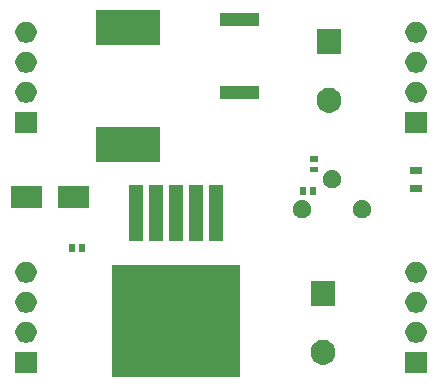
<source format=gbr>
G04 #@! TF.GenerationSoftware,KiCad,Pcbnew,(5.1.5)-3*
G04 #@! TF.CreationDate,2022-02-16T09:58:32-07:00*
G04 #@! TF.ProjectId,lm2596_breakout,6c6d3235-3936-45f6-9272-65616b6f7574,rev?*
G04 #@! TF.SameCoordinates,Original*
G04 #@! TF.FileFunction,Soldermask,Top*
G04 #@! TF.FilePolarity,Negative*
%FSLAX46Y46*%
G04 Gerber Fmt 4.6, Leading zero omitted, Abs format (unit mm)*
G04 Created by KiCad (PCBNEW (5.1.5)-3) date 2022-02-16 09:58:32*
%MOMM*%
%LPD*%
G04 APERTURE LIST*
%ADD10C,0.100000*%
G04 APERTURE END LIST*
D10*
G36*
X71491000Y-133348000D02*
G01*
X60589000Y-133348000D01*
X60589000Y-123846000D01*
X71491000Y-123846000D01*
X71491000Y-133348000D01*
G37*
G36*
X87261000Y-132981000D02*
G01*
X85459000Y-132981000D01*
X85459000Y-131179000D01*
X87261000Y-131179000D01*
X87261000Y-132981000D01*
G37*
G36*
X54241000Y-132981000D02*
G01*
X52439000Y-132981000D01*
X52439000Y-131179000D01*
X54241000Y-131179000D01*
X54241000Y-132981000D01*
G37*
G36*
X78792564Y-130227389D02*
G01*
X78983833Y-130306615D01*
X78983835Y-130306616D01*
X79031487Y-130338456D01*
X79155973Y-130421635D01*
X79302365Y-130568027D01*
X79417385Y-130740167D01*
X79496611Y-130931436D01*
X79537000Y-131134484D01*
X79537000Y-131341516D01*
X79496611Y-131544564D01*
X79417385Y-131735833D01*
X79417384Y-131735835D01*
X79302365Y-131907973D01*
X79155973Y-132054365D01*
X78983835Y-132169384D01*
X78983834Y-132169385D01*
X78983833Y-132169385D01*
X78792564Y-132248611D01*
X78589516Y-132289000D01*
X78382484Y-132289000D01*
X78179436Y-132248611D01*
X77988167Y-132169385D01*
X77988166Y-132169385D01*
X77988165Y-132169384D01*
X77816027Y-132054365D01*
X77669635Y-131907973D01*
X77554616Y-131735835D01*
X77554615Y-131735833D01*
X77475389Y-131544564D01*
X77435000Y-131341516D01*
X77435000Y-131134484D01*
X77475389Y-130931436D01*
X77554615Y-130740167D01*
X77669635Y-130568027D01*
X77816027Y-130421635D01*
X77940513Y-130338456D01*
X77988165Y-130306616D01*
X77988167Y-130306615D01*
X78179436Y-130227389D01*
X78382484Y-130187000D01*
X78589516Y-130187000D01*
X78792564Y-130227389D01*
G37*
G36*
X53453512Y-128643927D02*
G01*
X53602812Y-128673624D01*
X53766784Y-128741544D01*
X53914354Y-128840147D01*
X54039853Y-128965646D01*
X54138456Y-129113216D01*
X54206376Y-129277188D01*
X54241000Y-129451259D01*
X54241000Y-129628741D01*
X54206376Y-129802812D01*
X54138456Y-129966784D01*
X54039853Y-130114354D01*
X53914354Y-130239853D01*
X53766784Y-130338456D01*
X53602812Y-130406376D01*
X53453512Y-130436073D01*
X53428742Y-130441000D01*
X53251258Y-130441000D01*
X53226488Y-130436073D01*
X53077188Y-130406376D01*
X52913216Y-130338456D01*
X52765646Y-130239853D01*
X52640147Y-130114354D01*
X52541544Y-129966784D01*
X52473624Y-129802812D01*
X52439000Y-129628741D01*
X52439000Y-129451259D01*
X52473624Y-129277188D01*
X52541544Y-129113216D01*
X52640147Y-128965646D01*
X52765646Y-128840147D01*
X52913216Y-128741544D01*
X53077188Y-128673624D01*
X53226488Y-128643927D01*
X53251258Y-128639000D01*
X53428742Y-128639000D01*
X53453512Y-128643927D01*
G37*
G36*
X86473512Y-128643927D02*
G01*
X86622812Y-128673624D01*
X86786784Y-128741544D01*
X86934354Y-128840147D01*
X87059853Y-128965646D01*
X87158456Y-129113216D01*
X87226376Y-129277188D01*
X87261000Y-129451259D01*
X87261000Y-129628741D01*
X87226376Y-129802812D01*
X87158456Y-129966784D01*
X87059853Y-130114354D01*
X86934354Y-130239853D01*
X86786784Y-130338456D01*
X86622812Y-130406376D01*
X86473512Y-130436073D01*
X86448742Y-130441000D01*
X86271258Y-130441000D01*
X86246488Y-130436073D01*
X86097188Y-130406376D01*
X85933216Y-130338456D01*
X85785646Y-130239853D01*
X85660147Y-130114354D01*
X85561544Y-129966784D01*
X85493624Y-129802812D01*
X85459000Y-129628741D01*
X85459000Y-129451259D01*
X85493624Y-129277188D01*
X85561544Y-129113216D01*
X85660147Y-128965646D01*
X85785646Y-128840147D01*
X85933216Y-128741544D01*
X86097188Y-128673624D01*
X86246488Y-128643927D01*
X86271258Y-128639000D01*
X86448742Y-128639000D01*
X86473512Y-128643927D01*
G37*
G36*
X86473512Y-126103927D02*
G01*
X86622812Y-126133624D01*
X86786784Y-126201544D01*
X86934354Y-126300147D01*
X87059853Y-126425646D01*
X87158456Y-126573216D01*
X87226376Y-126737188D01*
X87261000Y-126911259D01*
X87261000Y-127088741D01*
X87226376Y-127262812D01*
X87158456Y-127426784D01*
X87059853Y-127574354D01*
X86934354Y-127699853D01*
X86786784Y-127798456D01*
X86622812Y-127866376D01*
X86473512Y-127896073D01*
X86448742Y-127901000D01*
X86271258Y-127901000D01*
X86246488Y-127896073D01*
X86097188Y-127866376D01*
X85933216Y-127798456D01*
X85785646Y-127699853D01*
X85660147Y-127574354D01*
X85561544Y-127426784D01*
X85493624Y-127262812D01*
X85459000Y-127088741D01*
X85459000Y-126911259D01*
X85493624Y-126737188D01*
X85561544Y-126573216D01*
X85660147Y-126425646D01*
X85785646Y-126300147D01*
X85933216Y-126201544D01*
X86097188Y-126133624D01*
X86246488Y-126103927D01*
X86271258Y-126099000D01*
X86448742Y-126099000D01*
X86473512Y-126103927D01*
G37*
G36*
X53453512Y-126103927D02*
G01*
X53602812Y-126133624D01*
X53766784Y-126201544D01*
X53914354Y-126300147D01*
X54039853Y-126425646D01*
X54138456Y-126573216D01*
X54206376Y-126737188D01*
X54241000Y-126911259D01*
X54241000Y-127088741D01*
X54206376Y-127262812D01*
X54138456Y-127426784D01*
X54039853Y-127574354D01*
X53914354Y-127699853D01*
X53766784Y-127798456D01*
X53602812Y-127866376D01*
X53453512Y-127896073D01*
X53428742Y-127901000D01*
X53251258Y-127901000D01*
X53226488Y-127896073D01*
X53077188Y-127866376D01*
X52913216Y-127798456D01*
X52765646Y-127699853D01*
X52640147Y-127574354D01*
X52541544Y-127426784D01*
X52473624Y-127262812D01*
X52439000Y-127088741D01*
X52439000Y-126911259D01*
X52473624Y-126737188D01*
X52541544Y-126573216D01*
X52640147Y-126425646D01*
X52765646Y-126300147D01*
X52913216Y-126201544D01*
X53077188Y-126133624D01*
X53226488Y-126103927D01*
X53251258Y-126099000D01*
X53428742Y-126099000D01*
X53453512Y-126103927D01*
G37*
G36*
X79537000Y-127289000D02*
G01*
X77435000Y-127289000D01*
X77435000Y-125187000D01*
X79537000Y-125187000D01*
X79537000Y-127289000D01*
G37*
G36*
X53453512Y-123563927D02*
G01*
X53602812Y-123593624D01*
X53766784Y-123661544D01*
X53914354Y-123760147D01*
X54039853Y-123885646D01*
X54138456Y-124033216D01*
X54206376Y-124197188D01*
X54241000Y-124371259D01*
X54241000Y-124548741D01*
X54206376Y-124722812D01*
X54138456Y-124886784D01*
X54039853Y-125034354D01*
X53914354Y-125159853D01*
X53766784Y-125258456D01*
X53602812Y-125326376D01*
X53453512Y-125356073D01*
X53428742Y-125361000D01*
X53251258Y-125361000D01*
X53226488Y-125356073D01*
X53077188Y-125326376D01*
X52913216Y-125258456D01*
X52765646Y-125159853D01*
X52640147Y-125034354D01*
X52541544Y-124886784D01*
X52473624Y-124722812D01*
X52439000Y-124548741D01*
X52439000Y-124371259D01*
X52473624Y-124197188D01*
X52541544Y-124033216D01*
X52640147Y-123885646D01*
X52765646Y-123760147D01*
X52913216Y-123661544D01*
X53077188Y-123593624D01*
X53226488Y-123563927D01*
X53251258Y-123559000D01*
X53428742Y-123559000D01*
X53453512Y-123563927D01*
G37*
G36*
X86473512Y-123563927D02*
G01*
X86622812Y-123593624D01*
X86786784Y-123661544D01*
X86934354Y-123760147D01*
X87059853Y-123885646D01*
X87158456Y-124033216D01*
X87226376Y-124197188D01*
X87261000Y-124371259D01*
X87261000Y-124548741D01*
X87226376Y-124722812D01*
X87158456Y-124886784D01*
X87059853Y-125034354D01*
X86934354Y-125159853D01*
X86786784Y-125258456D01*
X86622812Y-125326376D01*
X86473512Y-125356073D01*
X86448742Y-125361000D01*
X86271258Y-125361000D01*
X86246488Y-125356073D01*
X86097188Y-125326376D01*
X85933216Y-125258456D01*
X85785646Y-125159853D01*
X85660147Y-125034354D01*
X85561544Y-124886784D01*
X85493624Y-124722812D01*
X85459000Y-124548741D01*
X85459000Y-124371259D01*
X85493624Y-124197188D01*
X85561544Y-124033216D01*
X85660147Y-123885646D01*
X85785646Y-123760147D01*
X85933216Y-123661544D01*
X86097188Y-123593624D01*
X86246488Y-123563927D01*
X86271258Y-123559000D01*
X86448742Y-123559000D01*
X86473512Y-123563927D01*
G37*
G36*
X58359000Y-122779000D02*
G01*
X57857000Y-122779000D01*
X57857000Y-122077000D01*
X58359000Y-122077000D01*
X58359000Y-122779000D01*
G37*
G36*
X57459000Y-122779000D02*
G01*
X56957000Y-122779000D01*
X56957000Y-122077000D01*
X57459000Y-122077000D01*
X57459000Y-122779000D01*
G37*
G36*
X70041000Y-121798000D02*
G01*
X68839000Y-121798000D01*
X68839000Y-117096000D01*
X70041000Y-117096000D01*
X70041000Y-121798000D01*
G37*
G36*
X68341000Y-121798000D02*
G01*
X67139000Y-121798000D01*
X67139000Y-117096000D01*
X68341000Y-117096000D01*
X68341000Y-121798000D01*
G37*
G36*
X66641000Y-121798000D02*
G01*
X65439000Y-121798000D01*
X65439000Y-117096000D01*
X66641000Y-117096000D01*
X66641000Y-121798000D01*
G37*
G36*
X64941000Y-121798000D02*
G01*
X63739000Y-121798000D01*
X63739000Y-117096000D01*
X64941000Y-117096000D01*
X64941000Y-121798000D01*
G37*
G36*
X63241000Y-121798000D02*
G01*
X62039000Y-121798000D01*
X62039000Y-117096000D01*
X63241000Y-117096000D01*
X63241000Y-121798000D01*
G37*
G36*
X76833589Y-118364876D02*
G01*
X76932893Y-118384629D01*
X77073206Y-118442748D01*
X77199484Y-118527125D01*
X77306875Y-118634516D01*
X77391252Y-118760794D01*
X77449371Y-118901107D01*
X77479000Y-119050063D01*
X77479000Y-119201937D01*
X77449371Y-119350893D01*
X77391252Y-119491206D01*
X77306875Y-119617484D01*
X77199484Y-119724875D01*
X77073206Y-119809252D01*
X76932893Y-119867371D01*
X76833589Y-119887124D01*
X76783938Y-119897000D01*
X76632062Y-119897000D01*
X76582411Y-119887124D01*
X76483107Y-119867371D01*
X76342794Y-119809252D01*
X76216516Y-119724875D01*
X76109125Y-119617484D01*
X76024748Y-119491206D01*
X75966629Y-119350893D01*
X75937000Y-119201937D01*
X75937000Y-119050063D01*
X75966629Y-118901107D01*
X76024748Y-118760794D01*
X76109125Y-118634516D01*
X76216516Y-118527125D01*
X76342794Y-118442748D01*
X76483107Y-118384629D01*
X76582411Y-118364876D01*
X76632062Y-118355000D01*
X76783938Y-118355000D01*
X76833589Y-118364876D01*
G37*
G36*
X81913589Y-118364876D02*
G01*
X82012893Y-118384629D01*
X82153206Y-118442748D01*
X82279484Y-118527125D01*
X82386875Y-118634516D01*
X82471252Y-118760794D01*
X82529371Y-118901107D01*
X82559000Y-119050063D01*
X82559000Y-119201937D01*
X82529371Y-119350893D01*
X82471252Y-119491206D01*
X82386875Y-119617484D01*
X82279484Y-119724875D01*
X82153206Y-119809252D01*
X82012893Y-119867371D01*
X81913589Y-119887124D01*
X81863938Y-119897000D01*
X81712062Y-119897000D01*
X81662411Y-119887124D01*
X81563107Y-119867371D01*
X81422794Y-119809252D01*
X81296516Y-119724875D01*
X81189125Y-119617484D01*
X81104748Y-119491206D01*
X81046629Y-119350893D01*
X81017000Y-119201937D01*
X81017000Y-119050063D01*
X81046629Y-118901107D01*
X81104748Y-118760794D01*
X81189125Y-118634516D01*
X81296516Y-118527125D01*
X81422794Y-118442748D01*
X81563107Y-118384629D01*
X81662411Y-118364876D01*
X81712062Y-118355000D01*
X81863938Y-118355000D01*
X81913589Y-118364876D01*
G37*
G36*
X58673000Y-119061000D02*
G01*
X56071000Y-119061000D01*
X56071000Y-117159000D01*
X58673000Y-117159000D01*
X58673000Y-119061000D01*
G37*
G36*
X54673000Y-119061000D02*
G01*
X52071000Y-119061000D01*
X52071000Y-117159000D01*
X54673000Y-117159000D01*
X54673000Y-119061000D01*
G37*
G36*
X77917000Y-117953000D02*
G01*
X77415000Y-117953000D01*
X77415000Y-117251000D01*
X77917000Y-117251000D01*
X77917000Y-117953000D01*
G37*
G36*
X77017000Y-117953000D02*
G01*
X76515000Y-117953000D01*
X76515000Y-117251000D01*
X77017000Y-117251000D01*
X77017000Y-117953000D01*
G37*
G36*
X86861000Y-117637000D02*
G01*
X85859000Y-117637000D01*
X85859000Y-117035000D01*
X86861000Y-117035000D01*
X86861000Y-117637000D01*
G37*
G36*
X79373589Y-115824876D02*
G01*
X79472893Y-115844629D01*
X79613206Y-115902748D01*
X79739484Y-115987125D01*
X79846875Y-116094516D01*
X79931252Y-116220794D01*
X79989371Y-116361107D01*
X80019000Y-116510063D01*
X80019000Y-116661937D01*
X79989371Y-116810893D01*
X79931252Y-116951206D01*
X79846875Y-117077484D01*
X79739484Y-117184875D01*
X79613206Y-117269252D01*
X79472893Y-117327371D01*
X79373589Y-117347124D01*
X79323938Y-117357000D01*
X79172062Y-117357000D01*
X79122411Y-117347124D01*
X79023107Y-117327371D01*
X78882794Y-117269252D01*
X78756516Y-117184875D01*
X78649125Y-117077484D01*
X78564748Y-116951206D01*
X78506629Y-116810893D01*
X78477000Y-116661937D01*
X78477000Y-116510063D01*
X78506629Y-116361107D01*
X78564748Y-116220794D01*
X78649125Y-116094516D01*
X78756516Y-115987125D01*
X78882794Y-115902748D01*
X79023107Y-115844629D01*
X79122411Y-115824876D01*
X79172062Y-115815000D01*
X79323938Y-115815000D01*
X79373589Y-115824876D01*
G37*
G36*
X86861000Y-116137000D02*
G01*
X85859000Y-116137000D01*
X85859000Y-115535000D01*
X86861000Y-115535000D01*
X86861000Y-116137000D01*
G37*
G36*
X78075000Y-116017000D02*
G01*
X77373000Y-116017000D01*
X77373000Y-115515000D01*
X78075000Y-115515000D01*
X78075000Y-116017000D01*
G37*
G36*
X64727000Y-115163000D02*
G01*
X59225000Y-115163000D01*
X59225000Y-112161000D01*
X64727000Y-112161000D01*
X64727000Y-115163000D01*
G37*
G36*
X78075000Y-115117000D02*
G01*
X77373000Y-115117000D01*
X77373000Y-114615000D01*
X78075000Y-114615000D01*
X78075000Y-115117000D01*
G37*
G36*
X54241000Y-112661000D02*
G01*
X52439000Y-112661000D01*
X52439000Y-110859000D01*
X54241000Y-110859000D01*
X54241000Y-112661000D01*
G37*
G36*
X87261000Y-112661000D02*
G01*
X85459000Y-112661000D01*
X85459000Y-110859000D01*
X87261000Y-110859000D01*
X87261000Y-112661000D01*
G37*
G36*
X79300564Y-108891389D02*
G01*
X79491833Y-108970615D01*
X79491835Y-108970616D01*
X79663973Y-109085635D01*
X79810365Y-109232027D01*
X79925385Y-109404167D01*
X80004611Y-109595436D01*
X80045000Y-109798484D01*
X80045000Y-110005516D01*
X80004611Y-110208564D01*
X79925385Y-110399833D01*
X79925384Y-110399835D01*
X79810365Y-110571973D01*
X79663973Y-110718365D01*
X79491835Y-110833384D01*
X79491834Y-110833385D01*
X79491833Y-110833385D01*
X79300564Y-110912611D01*
X79097516Y-110953000D01*
X78890484Y-110953000D01*
X78687436Y-110912611D01*
X78496167Y-110833385D01*
X78496166Y-110833385D01*
X78496165Y-110833384D01*
X78324027Y-110718365D01*
X78177635Y-110571973D01*
X78062616Y-110399835D01*
X78062615Y-110399833D01*
X77983389Y-110208564D01*
X77943000Y-110005516D01*
X77943000Y-109798484D01*
X77983389Y-109595436D01*
X78062615Y-109404167D01*
X78177635Y-109232027D01*
X78324027Y-109085635D01*
X78496165Y-108970616D01*
X78496167Y-108970615D01*
X78687436Y-108891389D01*
X78890484Y-108851000D01*
X79097516Y-108851000D01*
X79300564Y-108891389D01*
G37*
G36*
X86473512Y-108323927D02*
G01*
X86622812Y-108353624D01*
X86786784Y-108421544D01*
X86934354Y-108520147D01*
X87059853Y-108645646D01*
X87158456Y-108793216D01*
X87226376Y-108957188D01*
X87261000Y-109131259D01*
X87261000Y-109308741D01*
X87226376Y-109482812D01*
X87158456Y-109646784D01*
X87059853Y-109794354D01*
X86934354Y-109919853D01*
X86786784Y-110018456D01*
X86622812Y-110086376D01*
X86473512Y-110116073D01*
X86448742Y-110121000D01*
X86271258Y-110121000D01*
X86246488Y-110116073D01*
X86097188Y-110086376D01*
X85933216Y-110018456D01*
X85785646Y-109919853D01*
X85660147Y-109794354D01*
X85561544Y-109646784D01*
X85493624Y-109482812D01*
X85459000Y-109308741D01*
X85459000Y-109131259D01*
X85493624Y-108957188D01*
X85561544Y-108793216D01*
X85660147Y-108645646D01*
X85785646Y-108520147D01*
X85933216Y-108421544D01*
X86097188Y-108353624D01*
X86246488Y-108323927D01*
X86271258Y-108319000D01*
X86448742Y-108319000D01*
X86473512Y-108323927D01*
G37*
G36*
X53453512Y-108323927D02*
G01*
X53602812Y-108353624D01*
X53766784Y-108421544D01*
X53914354Y-108520147D01*
X54039853Y-108645646D01*
X54138456Y-108793216D01*
X54206376Y-108957188D01*
X54241000Y-109131259D01*
X54241000Y-109308741D01*
X54206376Y-109482812D01*
X54138456Y-109646784D01*
X54039853Y-109794354D01*
X53914354Y-109919853D01*
X53766784Y-110018456D01*
X53602812Y-110086376D01*
X53453512Y-110116073D01*
X53428742Y-110121000D01*
X53251258Y-110121000D01*
X53226488Y-110116073D01*
X53077188Y-110086376D01*
X52913216Y-110018456D01*
X52765646Y-109919853D01*
X52640147Y-109794354D01*
X52541544Y-109646784D01*
X52473624Y-109482812D01*
X52439000Y-109308741D01*
X52439000Y-109131259D01*
X52473624Y-108957188D01*
X52541544Y-108793216D01*
X52640147Y-108645646D01*
X52765646Y-108520147D01*
X52913216Y-108421544D01*
X53077188Y-108353624D01*
X53226488Y-108323927D01*
X53251258Y-108319000D01*
X53428742Y-108319000D01*
X53453512Y-108323927D01*
G37*
G36*
X73025000Y-109823000D02*
G01*
X69723000Y-109823000D01*
X69723000Y-108721000D01*
X73025000Y-108721000D01*
X73025000Y-109823000D01*
G37*
G36*
X86473512Y-105783927D02*
G01*
X86622812Y-105813624D01*
X86786784Y-105881544D01*
X86934354Y-105980147D01*
X87059853Y-106105646D01*
X87158456Y-106253216D01*
X87226376Y-106417188D01*
X87261000Y-106591259D01*
X87261000Y-106768741D01*
X87226376Y-106942812D01*
X87158456Y-107106784D01*
X87059853Y-107254354D01*
X86934354Y-107379853D01*
X86786784Y-107478456D01*
X86622812Y-107546376D01*
X86473512Y-107576073D01*
X86448742Y-107581000D01*
X86271258Y-107581000D01*
X86246488Y-107576073D01*
X86097188Y-107546376D01*
X85933216Y-107478456D01*
X85785646Y-107379853D01*
X85660147Y-107254354D01*
X85561544Y-107106784D01*
X85493624Y-106942812D01*
X85459000Y-106768741D01*
X85459000Y-106591259D01*
X85493624Y-106417188D01*
X85561544Y-106253216D01*
X85660147Y-106105646D01*
X85785646Y-105980147D01*
X85933216Y-105881544D01*
X86097188Y-105813624D01*
X86246488Y-105783927D01*
X86271258Y-105779000D01*
X86448742Y-105779000D01*
X86473512Y-105783927D01*
G37*
G36*
X53453512Y-105783927D02*
G01*
X53602812Y-105813624D01*
X53766784Y-105881544D01*
X53914354Y-105980147D01*
X54039853Y-106105646D01*
X54138456Y-106253216D01*
X54206376Y-106417188D01*
X54241000Y-106591259D01*
X54241000Y-106768741D01*
X54206376Y-106942812D01*
X54138456Y-107106784D01*
X54039853Y-107254354D01*
X53914354Y-107379853D01*
X53766784Y-107478456D01*
X53602812Y-107546376D01*
X53453512Y-107576073D01*
X53428742Y-107581000D01*
X53251258Y-107581000D01*
X53226488Y-107576073D01*
X53077188Y-107546376D01*
X52913216Y-107478456D01*
X52765646Y-107379853D01*
X52640147Y-107254354D01*
X52541544Y-107106784D01*
X52473624Y-106942812D01*
X52439000Y-106768741D01*
X52439000Y-106591259D01*
X52473624Y-106417188D01*
X52541544Y-106253216D01*
X52640147Y-106105646D01*
X52765646Y-105980147D01*
X52913216Y-105881544D01*
X53077188Y-105813624D01*
X53226488Y-105783927D01*
X53251258Y-105779000D01*
X53428742Y-105779000D01*
X53453512Y-105783927D01*
G37*
G36*
X80045000Y-105953000D02*
G01*
X77943000Y-105953000D01*
X77943000Y-103851000D01*
X80045000Y-103851000D01*
X80045000Y-105953000D01*
G37*
G36*
X64727000Y-105263000D02*
G01*
X59225000Y-105263000D01*
X59225000Y-102261000D01*
X64727000Y-102261000D01*
X64727000Y-105263000D01*
G37*
G36*
X86473512Y-103243927D02*
G01*
X86622812Y-103273624D01*
X86786784Y-103341544D01*
X86934354Y-103440147D01*
X87059853Y-103565646D01*
X87158456Y-103713216D01*
X87226376Y-103877188D01*
X87261000Y-104051259D01*
X87261000Y-104228741D01*
X87226376Y-104402812D01*
X87158456Y-104566784D01*
X87059853Y-104714354D01*
X86934354Y-104839853D01*
X86786784Y-104938456D01*
X86622812Y-105006376D01*
X86473512Y-105036073D01*
X86448742Y-105041000D01*
X86271258Y-105041000D01*
X86246488Y-105036073D01*
X86097188Y-105006376D01*
X85933216Y-104938456D01*
X85785646Y-104839853D01*
X85660147Y-104714354D01*
X85561544Y-104566784D01*
X85493624Y-104402812D01*
X85459000Y-104228741D01*
X85459000Y-104051259D01*
X85493624Y-103877188D01*
X85561544Y-103713216D01*
X85660147Y-103565646D01*
X85785646Y-103440147D01*
X85933216Y-103341544D01*
X86097188Y-103273624D01*
X86246488Y-103243927D01*
X86271258Y-103239000D01*
X86448742Y-103239000D01*
X86473512Y-103243927D01*
G37*
G36*
X53453512Y-103243927D02*
G01*
X53602812Y-103273624D01*
X53766784Y-103341544D01*
X53914354Y-103440147D01*
X54039853Y-103565646D01*
X54138456Y-103713216D01*
X54206376Y-103877188D01*
X54241000Y-104051259D01*
X54241000Y-104228741D01*
X54206376Y-104402812D01*
X54138456Y-104566784D01*
X54039853Y-104714354D01*
X53914354Y-104839853D01*
X53766784Y-104938456D01*
X53602812Y-105006376D01*
X53453512Y-105036073D01*
X53428742Y-105041000D01*
X53251258Y-105041000D01*
X53226488Y-105036073D01*
X53077188Y-105006376D01*
X52913216Y-104938456D01*
X52765646Y-104839853D01*
X52640147Y-104714354D01*
X52541544Y-104566784D01*
X52473624Y-104402812D01*
X52439000Y-104228741D01*
X52439000Y-104051259D01*
X52473624Y-103877188D01*
X52541544Y-103713216D01*
X52640147Y-103565646D01*
X52765646Y-103440147D01*
X52913216Y-103341544D01*
X53077188Y-103273624D01*
X53226488Y-103243927D01*
X53251258Y-103239000D01*
X53428742Y-103239000D01*
X53453512Y-103243927D01*
G37*
G36*
X73025000Y-103623000D02*
G01*
X69723000Y-103623000D01*
X69723000Y-102521000D01*
X73025000Y-102521000D01*
X73025000Y-103623000D01*
G37*
M02*

</source>
